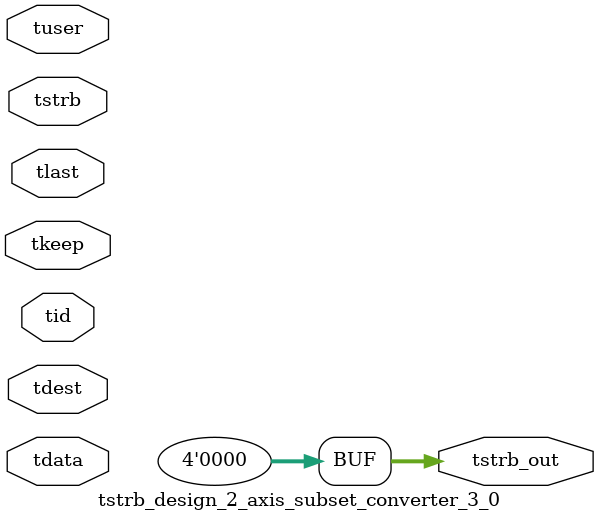
<source format=v>


`timescale 1ps/1ps

module tstrb_design_2_axis_subset_converter_3_0 #
(
parameter C_S_AXIS_TDATA_WIDTH = 32,
parameter C_S_AXIS_TUSER_WIDTH = 0,
parameter C_S_AXIS_TID_WIDTH   = 0,
parameter C_S_AXIS_TDEST_WIDTH = 0,
parameter C_M_AXIS_TDATA_WIDTH = 32
)
(
input  [(C_S_AXIS_TDATA_WIDTH == 0 ? 1 : C_S_AXIS_TDATA_WIDTH)-1:0     ] tdata,
input  [(C_S_AXIS_TUSER_WIDTH == 0 ? 1 : C_S_AXIS_TUSER_WIDTH)-1:0     ] tuser,
input  [(C_S_AXIS_TID_WIDTH   == 0 ? 1 : C_S_AXIS_TID_WIDTH)-1:0       ] tid,
input  [(C_S_AXIS_TDEST_WIDTH == 0 ? 1 : C_S_AXIS_TDEST_WIDTH)-1:0     ] tdest,
input  [(C_S_AXIS_TDATA_WIDTH/8)-1:0 ] tkeep,
input  [(C_S_AXIS_TDATA_WIDTH/8)-1:0 ] tstrb,
input                                                                    tlast,
output [(C_M_AXIS_TDATA_WIDTH/8)-1:0 ] tstrb_out
);

assign tstrb_out = {1'b0};

endmodule


</source>
